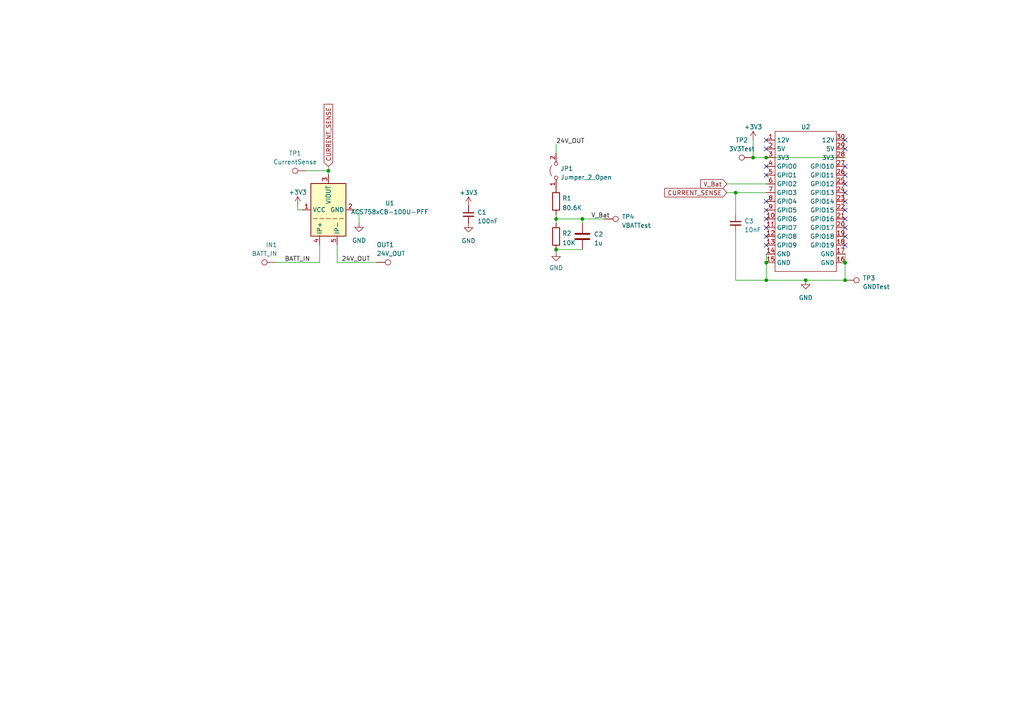
<source format=kicad_sch>
(kicad_sch (version 20230121) (generator eeschema)
  (paper "A4")
  (lib_symbols
    (symbol "Connector:TestPoint" (pin_numbers hide) (pin_names (offset 0.762) hide)
      (property "Reference" "TP" (at 0 6.858 0))
      (property "Value" "TestPoint" (at 0 5.08 0))
      (symbol "TestPoint_0_1"
        (circle (center 0 3.302) (radius 0.762))
      )
      (symbol "TestPoint_1_1"
        (pin passive line (at 0 0 90) (length 2.54) (name "1") (number "1"))
      )
    )
    (symbol "Device:C" (pin_numbers hide) (pin_names (offset 0.254))
      (property "Reference" "C" (at 0.635 2.54 0))
      (property "Value" "C" (at 0.635 -2.54 0))
      (symbol "C_0_1"
        (polyline (pts (xy -2.032 -0.762) (xy 2.032 -0.762)) (stroke (width 0.508)))
        (polyline (pts (xy -2.032 0.762) (xy 2.032 0.762)) (stroke (width 0.508)))
      )
      (symbol "C_1_1"
        (pin passive line (at 0 3.81 270) (length 2.794) (name "~") (number "1"))
        (pin passive line (at 0 -3.81 90) (length 2.794) (name "~") (number "2"))
      )
    )
    (symbol "Device:C_Small" (pin_numbers hide) (pin_names (offset 0.254) hide)
      (property "Reference" "C" (at 0.254 1.778 0))
      (property "Value" "C_Small" (at 0.254 -2.032 0))
      (symbol "C_Small_0_1"
        (polyline (pts (xy -1.524 -0.508) (xy 1.524 -0.508)) (stroke (width 0.3302)))
        (polyline (pts (xy -1.524 0.508) (xy 1.524 0.508)) (stroke (width 0.3048)))
      )
      (symbol "C_Small_1_1"
        (pin passive line (at 0 2.54 270) (length 2.032) (name "~") (number "1"))
        (pin passive line (at 0 -2.54 90) (length 2.032) (name "~") (number "2"))
      )
    )
    (symbol "Device:R" (pin_numbers hide) (pin_names (offset 0))
      (property "Reference" "R" (at 2.032 0 90))
      (property "Value" "R" (at 0 0 90))
      (symbol "R_0_1"
        (rectangle (start -1.016 -2.54) (end 1.016 2.54) (stroke (width 0.254)))
      )
      (symbol "R_1_1"
        (pin passive line (at 0 3.81 270) (length 1.27) (name "~") (number "1"))
        (pin passive line (at 0 -3.81 90) (length 1.27) (name "~") (number "2"))
      )
    )
    (symbol "Jumper:Jumper_2_Open" (pin_names (offset 0) hide)
      (property "Reference" "JP" (at 0 2.794 0))
      (property "Value" "Jumper_2_Open" (at 0 -2.286 0))
      (symbol "Jumper_2_Open_0_0"
        (circle (center -2.032 0) (radius 0.508))
        (circle (center 2.032 0) (radius 0.508))
      )
      (symbol "Jumper_2_Open_0_1"
        (arc (start 1.524 1.27) (mid 0 1.778) (end -1.524 1.27))
      )
      (symbol "Jumper_2_Open_1_1"
        (pin passive line (at -5.08 0 0) (length 2.54) (name "A") (number "1"))
        (pin passive line (at 5.08 0 180) (length 2.54) (name "B") (number "2"))
      )
    )
    (symbol "RaceTrackr:RaceTrackr_Interface"
      (property "Reference" "U" (at 0 0 0))
      (symbol "RaceTrackr_Interface_0_1"
        (rectangle (start -8.89 43.18) (end 8.89 2.54))
      )
      (symbol "RaceTrackr_Interface_1_1"
        (pin input line (at -11.43 40.64 0) (length 2.54) (name "12V") (number "1"))
        (pin input line (at -11.43 17.78 0) (length 2.54) (name "GPIO6") (number "10"))
        (pin input line (at -11.43 15.24 0) (length 2.54) (name "GPIO7") (number "11"))
        (pin input line (at -11.43 12.7 0) (length 2.54) (name "GPIO8") (number "12"))
        (pin input line (at -11.43 10.16 0) (length 2.54) (name "GPIO9") (number "13"))
        (pin input line (at -11.43 7.62 0) (length 2.54) (name "GND") (number "14"))
        (pin input line (at -11.43 5.08 0) (length 2.54) (name "GND") (number "15"))
        (pin input line (at 11.43 5.08 180) (length 2.54) (name "GND") (number "16"))
        (pin input line (at 11.43 7.62 180) (length 2.54) (name "GND") (number "17"))
        (pin input line (at 11.43 10.16 180) (length 2.54) (name "GPIO19") (number "18"))
        (pin input line (at 11.43 12.7 180) (length 2.54) (name "GPIO18") (number "19"))
        (pin input line (at -11.43 38.1 0) (length 2.54) (name "5V") (number "2"))
        (pin input line (at 11.43 15.24 180) (length 2.54) (name "GPIO17") (number "20"))
        (pin input line (at 11.43 17.78 180) (length 2.54) (name "GPIO16") (number "21"))
        (pin input line (at 11.43 20.32 180) (length 2.54) (name "GPIO15") (number "22"))
        (pin input line (at 11.43 22.86 180) (length 2.54) (name "GPIO14") (number "23"))
        (pin input line (at 11.43 25.4 180) (length 2.54) (name "GPIO13") (number "24"))
        (pin input line (at 11.43 27.94 180) (length 2.54) (name "GPIO12") (number "25"))
        (pin input line (at 11.43 30.48 180) (length 2.54) (name "GPIO11") (number "26"))
        (pin input line (at 11.43 33.02 180) (length 2.54) (name "GPIO10") (number "27"))
        (pin input line (at 11.43 35.56 180) (length 2.54) (name "3V3") (number "28"))
        (pin input line (at 11.43 38.1 180) (length 2.54) (name "5V") (number "29"))
        (pin input line (at -11.43 35.56 0) (length 2.54) (name "3V3") (number "3"))
        (pin input line (at 11.43 40.64 180) (length 2.54) (name "12V") (number "30"))
        (pin input line (at -11.43 33.02 0) (length 2.54) (name "GPIO0") (number "4"))
        (pin input line (at -11.43 30.48 0) (length 2.54) (name "GPIO1") (number "5"))
        (pin input line (at -11.43 27.94 0) (length 2.54) (name "GPIO2") (number "6"))
        (pin input line (at -11.43 25.4 0) (length 2.54) (name "GPIO3") (number "7"))
        (pin input line (at -11.43 22.86 0) (length 2.54) (name "GPIO4") (number "8"))
        (pin input line (at -11.43 20.32 0) (length 2.54) (name "GPIO5") (number "9"))
      )
    )
    (symbol "Sensor_Current:ACS758xCB-100U-PFF"
      (property "Reference" "U" (at -7.62 6.35 0))
      (property "Value" "ACS758xCB-100U-PFF" (at 2.54 6.35 0))
      (symbol "ACS758xCB-100U-PFF_0_1"
        (rectangle (start -7.62 5.08) (end 7.62 -5.08) (stroke (width 0.254)) (fill (type background)))
        (polyline (pts (xy -2.54 -3.175) (xy -2.54 -4.445)))
        (polyline (pts (xy -2.54 -1.27) (xy -2.54 -2.54)))
        (polyline (pts (xy -2.54 0.635) (xy -2.54 -0.635)))
        (polyline (pts (xy -2.54 1.27) (xy -2.54 2.54)))
        (polyline (pts (xy -2.54 3.175) (xy -2.54 4.445)))
      )
      (symbol "ACS758xCB-100U-PFF_1_1"
        (pin power_in line (at 0 7.62 270) (length 2.54) (name "VCC") (number "1"))
        (pin power_in line (at 0 -7.62 90) (length 2.54) (name "GND") (number "2"))
        (pin output line (at 10.16 0 180) (length 2.54) (name "VIOUT") (number "3"))
        (pin passive line (at -10.16 2.54 0) (length 2.54) (name "IP+") (number "4"))
        (pin passive line (at -10.16 -2.54 0) (length 2.54) (name "IP-") (number "5"))
      )
    )
    (symbol "power:+3V3" (power) (pin_names (offset 0))
      (property "Value" "+3V3" (at 0 3.556 0))
      (symbol "+3V3_0_1"
        (polyline (pts (xy -0.762 1.27) (xy 0 2.54)))
        (polyline (pts (xy 0 0) (xy 0 2.54)))
        (polyline (pts (xy 0 2.54) (xy 0.762 1.27)))
      )
      (symbol "+3V3_1_1"
        (pin power_in line (at 0 0 90) (length 0) hide (name "+3V3") (number "1"))
      )
    )
    (symbol "power:GND" (power) (pin_names (offset 0))
      (property "Value" "GND" (at 0 -3.81 0))
      (symbol "GND_0_1"
        (polyline (pts (xy 0 0) (xy 0 -1.27) (xy 1.27 -1.27) (xy 0 -2.54) (xy -1.27 -1.27) (xy 0 -1.27)))
      )
      (symbol "GND_1_1"
        (pin power_in line (at 0 0 270) (length 0) hide (name "GND") (number "1"))
      )
    )
  )
  (junction (at 222.25 81.28))
  (junction (at 245.11 76.2))
  (junction (at 168.91 63.5))
  (junction (at 245.11 81.28))
  (junction (at 213.36 55.88))
  (junction (at 233.68 81.28))
  (junction (at 222.25 45.72))
  (junction (at 161.29 72.39))
  (junction (at 161.29 63.5))
  (junction (at 218.44 45.72))
  (junction (at 95.25 49.53))
  (junction (at 222.25 76.2))
  (no_connect (at 245.11 60.96))
  (no_connect (at 245.11 68.58))
  (no_connect (at 222.25 43.18))
  (no_connect (at 245.11 58.42))
  (no_connect (at 222.25 40.64))
  (no_connect (at 245.11 50.8))
  (no_connect (at 222.25 68.58))
  (no_connect (at 245.11 40.64))
  (no_connect (at 245.11 53.34))
  (no_connect (at 245.11 71.12))
  (no_connect (at 222.25 48.26))
  (no_connect (at 245.11 48.26))
  (no_connect (at 222.25 71.12))
  (no_connect (at 245.11 66.04))
  (no_connect (at 222.25 50.8))
  (no_connect (at 222.25 60.96))
  (no_connect (at 245.11 55.88))
  (no_connect (at 245.11 43.18))
  (no_connect (at 245.11 63.5))
  (no_connect (at 222.25 58.42))
  (no_connect (at 222.25 63.5))
  (no_connect (at 222.25 66.04))
  (wire (pts (xy 102.87 60.8584) (xy 104.14 60.8584)))
  (wire (pts (xy 161.29 41.91) (xy 161.29 44.45)))
  (wire (pts (xy 161.29 72.39) (xy 168.91 72.39)))
  (wire (pts (xy 213.36 55.88) (xy 222.25 55.88)))
  (wire (pts (xy 222.25 45.72) (xy 218.44 45.72)))
  (wire (pts (xy 161.29 63.5) (xy 161.29 64.77)))
  (wire (pts (xy 245.11 76.2) (xy 245.11 81.28)))
  (wire (pts (xy 213.36 55.88) (xy 213.36 62.23)))
  (wire (pts (xy 95.25 49.53) (xy 95.25 50.6984)))
  (wire (pts (xy 245.11 73.66) (xy 245.11 76.2)))
  (wire (pts (xy 168.91 63.5) (xy 161.29 63.5)))
  (wire (pts (xy 222.25 45.72) (xy 245.11 45.72)))
  (wire (pts (xy 97.79 71.0184) (xy 97.79 76.0984)))
  (wire (pts (xy 218.44 45.72) (xy 218.44 40.64)))
  (wire (pts (xy 213.36 67.31) (xy 213.36 81.28)))
  (wire (pts (xy 233.68 81.28) (xy 245.11 81.28)))
  (wire (pts (xy 95.25 48.26) (xy 95.25 49.53)))
  (wire (pts (xy 86.36 60.8584) (xy 86.36 59.5884)))
  (wire (pts (xy 161.29 72.39) (xy 161.29 73.1266)))
  (wire (pts (xy 210.82 55.88) (xy 213.36 55.88)))
  (wire (pts (xy 168.91 63.5) (xy 168.91 64.77)))
  (wire (pts (xy 168.91 63.5) (xy 175.26 63.5)))
  (wire (pts (xy 92.71 71.0184) (xy 92.71 76.0984)))
  (wire (pts (xy 222.25 76.2) (xy 222.25 81.28)))
  (wire (pts (xy 210.82 53.34) (xy 222.25 53.34)))
  (wire (pts (xy 213.36 81.28) (xy 222.25 81.28)))
  (wire (pts (xy 161.29 62.23) (xy 161.29 63.5)))
  (wire (pts (xy 104.14 60.8584) (xy 104.14 64.6684)))
  (wire (pts (xy 97.79 76.0984) (xy 109.22 76.0984)))
  (wire (pts (xy 92.71 76.0984) (xy 80.01 76.0984)))
  (wire (pts (xy 87.63 60.8584) (xy 86.36 60.8584)))
  (wire (pts (xy 222.25 81.28) (xy 233.68 81.28)))
  (wire (pts (xy 222.25 73.66) (xy 222.25 76.2)))
  (wire (pts (xy 88.9 49.53) (xy 95.25 49.53)))
  (label "V_Bat" (at 171.45 63.5 0))
  (label "BATT_IN" (at 82.55 76.0984 0))
  (label "24V_OUT" (at 161.29 41.91 0))
  (label "24V_OUT" (at 99.06 76.0984 0))
  (global_label "V_Bat" (shape input) (at 210.82 53.34 180) (property "Intersheetrefs" "${INTERSHEET_REFS}" (effects hide)))
  (global_label "CURRENT_SENSE" (shape input) (at 95.25 48.26 90) (property "Intersheetrefs" "${INTERSHEET_REFS}" (effects hide)))
  (global_label "CURRENT_SENSE" (shape input) (at 210.82 55.88 180) (property "Intersheetrefs" "${INTERSHEET_REFS}" (effects hide)))
  (symbol (lib_id "power:+3V3") (at 135.89 59.69 0) (unit 1)
    (property "Reference" "#PWR05" (effects hide))
    (property "Value" "+3V3" (at 135.89 55.88 0))
  )
  (symbol (lib_id "Jumper:Jumper_2_Open") (at 161.29 49.53 90) (unit 1)
    (property "Reference" "JP1" (at 162.56 48.895 90) (effects (justify right)))
    (property "Value" "Jumper_2_Open" (at 162.56 51.435 90) (effects (justify right)))
    (property "Footprint" "Jumper:SolderJumper-2_P1.3mm_Open_TrianglePad1.0x1.5mm" (effects hide))
  )
  (symbol (lib_id "Connector:TestPoint") (at 245.11 81.28 270) (unit 1)
    (property "Reference" "TP3" (at 250.19 80.645 90) (effects (justify left)))
    (property "Value" "GNDTest" (at 250.19 83.185 90) (effects (justify left)))
    (property "Footprint" "TestPoint:TestPoint_Pad_D2.0mm" (effects hide))
  )
  (symbol (lib_id "Device:C") (at 168.91 68.58 0) (unit 1)
    (property "Reference" "C2" (at 172.2628 67.945 0) (effects (justify left)))
    (property "Value" "1u" (at 172.2628 70.485 0) (effects (justify left)))
    (property "Footprint" "Capacitor_SMD:C_1206_3216Metric_Pad1.33x1.80mm_HandSolder" (effects hide))
  )
  (symbol (lib_id "power:+3V3") (at 218.44 40.64 0) (unit 1)
    (property "Reference" "#PWR03" (effects hide))
    (property "Value" "+3V3" (at 218.44 36.83 0))
  )
  (symbol (lib_id "RaceTrackr:RaceTrackr_Interface") (at 233.68 81.28 0) (unit 1)
    (property "Reference" "U2" (at 233.68 36.83 0))
    (property "Value" "~" (at 233.68 81.28 0))
    (property "Footprint" "RaceTrackr:RaceTrackr Interface Board Reference" (effects hide))
  )
  (symbol (lib_id "Connector:TestPoint") (at 109.22 76.0984 270) (unit 1)
    (property "Reference" "OUT1" (at 109.22 71.0184 90) (effects (justify left)))
    (property "Value" "24V_OUT" (at 109.22 73.5584 90) (effects (justify left)))
    (property "Footprint" "RaceTrackr:BoltFootprint" (effects hide))
  )
  (symbol (lib_id "power:+3V3") (at 86.36 59.5884 0) (unit 1)
    (property "Reference" "#PWR01" (effects hide))
    (property "Value" "+3V3" (at 86.36 55.7784 0))
  )
  (symbol (lib_id "Device:C_Small") (at 213.36 64.77 0) (unit 1)
    (property "Reference" "C3" (at 215.9 64.1413 0) (effects (justify left)))
    (property "Value" "10nF" (at 215.9 66.6813 0) (effects (justify left)))
    (property "Footprint" "Capacitor_SMD:C_1206_3216Metric_Pad1.33x1.80mm_HandSolder" (effects hide))
  )
  (symbol (lib_id "Connector:TestPoint") (at 175.26 63.5 270) (unit 1)
    (property "Reference" "TP4" (at 180.34 62.865 90) (effects (justify left)))
    (property "Value" "VBATTest" (at 180.34 65.405 90) (effects (justify left)))
    (property "Footprint" "TestPoint:TestPoint_Pad_D2.0mm" (effects hide))
  )
  (symbol (lib_id "Device:R") (at 161.29 68.58 0) (unit 1)
    (property "Reference" "R2" (at 163.068 67.6715 0) (effects (justify left)))
    (property "Value" "10K" (at 163.068 70.4466 0) (effects (justify left)))
    (property "Footprint" "Resistor_SMD:R_1206_3216Metric_Pad1.30x1.75mm_HandSolder" (effects hide))
  )
  (symbol (lib_id "Sensor_Current:ACS758xCB-100U-PFF") (at 95.25 60.8584 90) (unit 1)
    (property "Reference" "U1" (at 113.03 58.9281 90))
    (property "Value" "ACS758xCB-100U-PFF" (at 113.03 61.4681 90))
    (property "Footprint" "Sensor_Current:Allegro_CB_PFF" (effects hide))
    (property "Datasheet" "http://www.allegromicro.com/~/media/Files/Datasheets/ACS758-Datasheet.ashx?la=en" (effects hide))
  )
  (symbol (lib_id "power:GND") (at 233.68 81.28 0) (unit 1)
    (property "Reference" "#PWR04" (effects hide))
    (property "Value" "GND" (at 233.68 86.36 0))
  )
  (symbol (lib_id "Connector:TestPoint") (at 218.44 45.72 90) (unit 1)
    (property "Reference" "TP2" (at 215.138 40.64 90))
    (property "Value" "3V3Test" (at 215.138 43.18 90))
    (property "Footprint" "TestPoint:TestPoint_Pad_D2.0mm" (effects hide))
  )
  (symbol (lib_id "Connector:TestPoint") (at 80.01 76.0984 90) (unit 1)
    (property "Reference" "IN1" (at 78.74 71.0184 90))
    (property "Value" "BATT_IN" (at 76.708 73.5584 90))
    (property "Footprint" "RaceTrackr:BoltFootprint" (effects hide))
  )
  (symbol (lib_id "Connector:TestPoint") (at 88.9 49.53 90) (unit 1)
    (property "Reference" "TP1" (at 85.598 44.45 90))
    (property "Value" "CurrentSense" (at 85.598 46.99 90))
    (property "Footprint" "TestPoint:TestPoint_Pad_D2.0mm" (effects hide))
  )
  (symbol (lib_id "Device:R") (at 161.29 58.42 0) (unit 1)
    (property "Reference" "R1" (at 163.068 57.5115 0) (effects (justify left)))
    (property "Value" "80.6K" (at 163.068 60.2866 0) (effects (justify left)))
    (property "Footprint" "Resistor_SMD:R_1206_3216Metric_Pad1.30x1.75mm_HandSolder" (effects hide))
  )
  (symbol (lib_id "Device:C_Small") (at 135.89 62.23 0) (unit 1)
    (property "Reference" "C1" (at 138.43 61.6013 0) (effects (justify left)))
    (property "Value" "100nF" (at 138.43 64.1413 0) (effects (justify left)))
    (property "Footprint" "Capacitor_SMD:C_1206_3216Metric_Pad1.33x1.80mm_HandSolder" (effects hide))
  )
  (symbol (lib_id "power:GND") (at 104.14 64.6684 0) (unit 1)
    (property "Reference" "#PWR02" (effects hide))
    (property "Value" "GND" (at 104.14 69.7484 0))
  )
  (symbol (lib_id "power:GND") (at 161.29 73.1266 0) (unit 1)
    (property "Reference" "#PWR07" (effects hide))
    (property "Value" "GND" (at 161.29 77.6891 0))
  )
  (symbol (lib_id "power:GND") (at 135.89 64.77 0) (unit 1)
    (property "Reference" "#PWR06" (effects hide))
    (property "Value" "GND" (at 135.89 69.85 0))
  )
)
</source>
